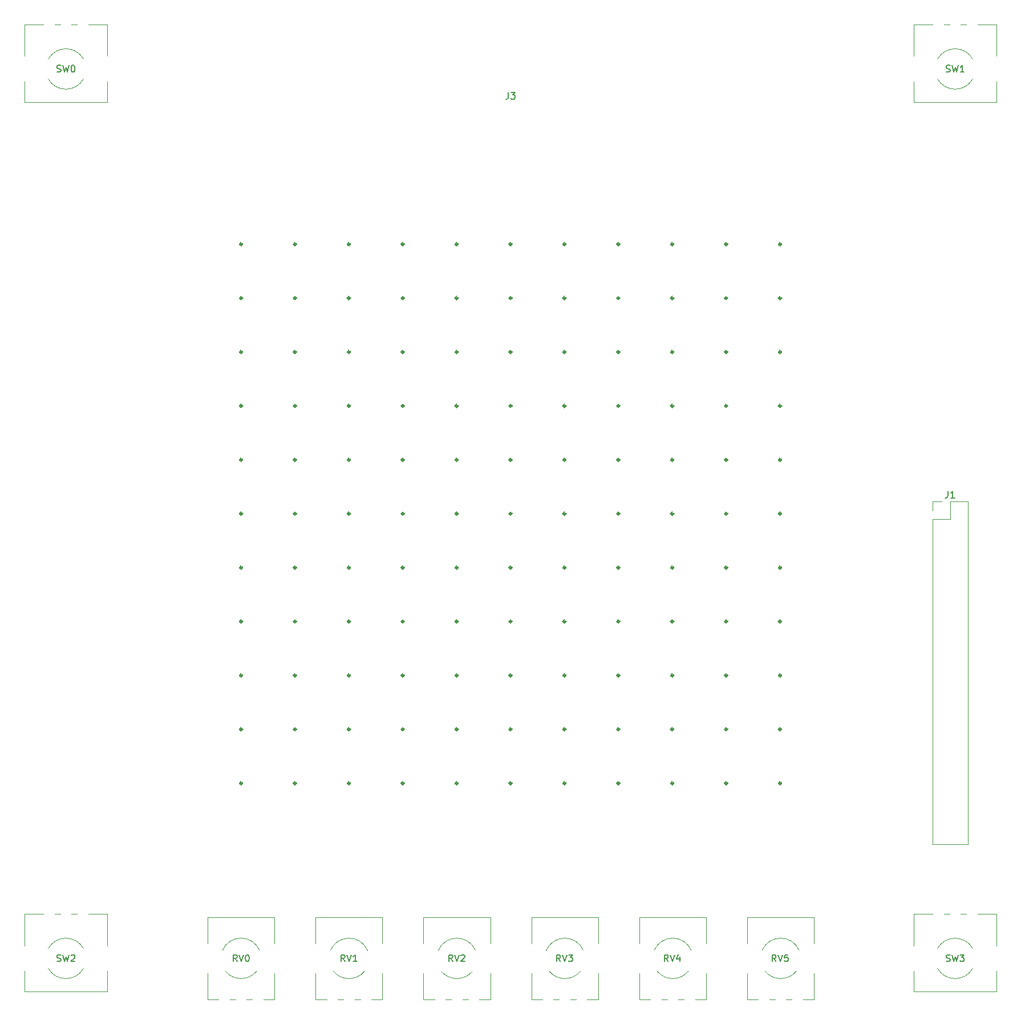
<source format=gto>
G04 #@! TF.FileFunction,Legend,Top*
%FSLAX46Y46*%
G04 Gerber Fmt 4.6, Leading zero omitted, Abs format (unit mm)*
G04 Created by KiCad (PCBNEW 4.0.6) date Tue Nov 28 12:03:41 2017*
%MOMM*%
%LPD*%
G01*
G04 APERTURE LIST*
%ADD10C,0.100000*%
%ADD11C,0.120000*%
%ADD12C,0.350000*%
%ADD13C,0.150000*%
G04 APERTURE END LIST*
D10*
D11*
X156670000Y-106790000D02*
X156670000Y-155110000D01*
X156670000Y-155110000D02*
X161870000Y-155110000D01*
X161870000Y-155110000D02*
X161870000Y-104190000D01*
X161870000Y-104190000D02*
X159270000Y-104190000D01*
X159270000Y-104190000D02*
X159270000Y-106790000D01*
X159270000Y-106790000D02*
X156670000Y-106790000D01*
X156670000Y-105520000D02*
X156670000Y-104190000D01*
X156670000Y-104190000D02*
X158000000Y-104190000D01*
X51237568Y-170828018D02*
G75*
G02X56762000Y-170827000I2762432J-1171982D01*
G01*
X56297753Y-173928295D02*
G75*
G02X51702000Y-173928000I-2297753J1928295D01*
G01*
X49039000Y-178060000D02*
X49039000Y-174194000D01*
X49039000Y-169805000D02*
X49039000Y-165940000D01*
X58960000Y-178060000D02*
X58960000Y-174194000D01*
X58960000Y-169805000D02*
X58960000Y-165940000D01*
X49039000Y-178060000D02*
X50675000Y-178060000D01*
X52325000Y-178060000D02*
X53175000Y-178060000D01*
X54825000Y-178060000D02*
X55675000Y-178060000D01*
X57325000Y-178060000D02*
X58960000Y-178060000D01*
X49039000Y-165940000D02*
X58960000Y-165940000D01*
X67257568Y-170828018D02*
G75*
G02X72782000Y-170827000I2762432J-1171982D01*
G01*
X72317753Y-173928295D02*
G75*
G02X67722000Y-173928000I-2297753J1928295D01*
G01*
X65059000Y-178060000D02*
X65059000Y-174194000D01*
X65059000Y-169805000D02*
X65059000Y-165940000D01*
X74980000Y-178060000D02*
X74980000Y-174194000D01*
X74980000Y-169805000D02*
X74980000Y-165940000D01*
X65059000Y-178060000D02*
X66695000Y-178060000D01*
X68345000Y-178060000D02*
X69195000Y-178060000D01*
X70845000Y-178060000D02*
X71695000Y-178060000D01*
X73345000Y-178060000D02*
X74980000Y-178060000D01*
X65059000Y-165940000D02*
X74980000Y-165940000D01*
X83277568Y-170828018D02*
G75*
G02X88802000Y-170827000I2762432J-1171982D01*
G01*
X88337753Y-173928295D02*
G75*
G02X83742000Y-173928000I-2297753J1928295D01*
G01*
X81079000Y-178060000D02*
X81079000Y-174194000D01*
X81079000Y-169805000D02*
X81079000Y-165940000D01*
X91000000Y-178060000D02*
X91000000Y-174194000D01*
X91000000Y-169805000D02*
X91000000Y-165940000D01*
X81079000Y-178060000D02*
X82715000Y-178060000D01*
X84365000Y-178060000D02*
X85215000Y-178060000D01*
X86865000Y-178060000D02*
X87715000Y-178060000D01*
X89365000Y-178060000D02*
X91000000Y-178060000D01*
X81079000Y-165940000D02*
X91000000Y-165940000D01*
X99297568Y-170828018D02*
G75*
G02X104822000Y-170827000I2762432J-1171982D01*
G01*
X104357753Y-173928295D02*
G75*
G02X99762000Y-173928000I-2297753J1928295D01*
G01*
X97099000Y-178060000D02*
X97099000Y-174194000D01*
X97099000Y-169805000D02*
X97099000Y-165940000D01*
X107020000Y-178060000D02*
X107020000Y-174194000D01*
X107020000Y-169805000D02*
X107020000Y-165940000D01*
X97099000Y-178060000D02*
X98735000Y-178060000D01*
X100385000Y-178060000D02*
X101235000Y-178060000D01*
X102885000Y-178060000D02*
X103735000Y-178060000D01*
X105385000Y-178060000D02*
X107020000Y-178060000D01*
X97099000Y-165940000D02*
X107020000Y-165940000D01*
X115317568Y-170828018D02*
G75*
G02X120842000Y-170827000I2762432J-1171982D01*
G01*
X120377753Y-173928295D02*
G75*
G02X115782000Y-173928000I-2297753J1928295D01*
G01*
X113119000Y-178060000D02*
X113119000Y-174194000D01*
X113119000Y-169805000D02*
X113119000Y-165940000D01*
X123040000Y-178060000D02*
X123040000Y-174194000D01*
X123040000Y-169805000D02*
X123040000Y-165940000D01*
X113119000Y-178060000D02*
X114755000Y-178060000D01*
X116405000Y-178060000D02*
X117255000Y-178060000D01*
X118905000Y-178060000D02*
X119755000Y-178060000D01*
X121405000Y-178060000D02*
X123040000Y-178060000D01*
X113119000Y-165940000D02*
X123040000Y-165940000D01*
X131337568Y-170828018D02*
G75*
G02X136862000Y-170827000I2762432J-1171982D01*
G01*
X136397753Y-173928295D02*
G75*
G02X131802000Y-173928000I-2297753J1928295D01*
G01*
X129139000Y-178060000D02*
X129139000Y-174194000D01*
X129139000Y-169805000D02*
X129139000Y-165940000D01*
X139060000Y-178060000D02*
X139060000Y-174194000D01*
X139060000Y-169805000D02*
X139060000Y-165940000D01*
X129139000Y-178060000D02*
X130775000Y-178060000D01*
X132425000Y-178060000D02*
X133275000Y-178060000D01*
X134925000Y-178060000D02*
X135775000Y-178060000D01*
X137425000Y-178060000D02*
X139060000Y-178060000D01*
X129139000Y-165940000D02*
X139060000Y-165940000D01*
X30624418Y-41454246D02*
G75*
G02X25376000Y-41455000I-2624418J1454246D01*
G01*
X25375900Y-38544376D02*
G75*
G02X30625000Y-38546000I2624100J-1455624D01*
G01*
X34110000Y-33440000D02*
X34110000Y-38098000D01*
X34110000Y-41903000D02*
X34110000Y-44910000D01*
X21890000Y-33440000D02*
X21890000Y-38098000D01*
X21890000Y-41903000D02*
X21890000Y-44910000D01*
X34110000Y-33440000D02*
X31325000Y-33440000D01*
X29675000Y-33440000D02*
X28825000Y-33440000D01*
X27175000Y-33440000D02*
X26325000Y-33440000D01*
X24675000Y-33440000D02*
X21890000Y-33440000D01*
X34110000Y-44910000D02*
X21890000Y-44910000D01*
X162624418Y-41454246D02*
G75*
G02X157376000Y-41455000I-2624418J1454246D01*
G01*
X157375900Y-38544376D02*
G75*
G02X162625000Y-38546000I2624100J-1455624D01*
G01*
X166110000Y-33440000D02*
X166110000Y-38098000D01*
X166110000Y-41903000D02*
X166110000Y-44910000D01*
X153890000Y-33440000D02*
X153890000Y-38098000D01*
X153890000Y-41903000D02*
X153890000Y-44910000D01*
X166110000Y-33440000D02*
X163325000Y-33440000D01*
X161675000Y-33440000D02*
X160825000Y-33440000D01*
X159175000Y-33440000D02*
X158325000Y-33440000D01*
X156675000Y-33440000D02*
X153890000Y-33440000D01*
X166110000Y-44910000D02*
X153890000Y-44910000D01*
X30624418Y-173454246D02*
G75*
G02X25376000Y-173455000I-2624418J1454246D01*
G01*
X25375900Y-170544376D02*
G75*
G02X30625000Y-170546000I2624100J-1455624D01*
G01*
X34110000Y-165440000D02*
X34110000Y-170098000D01*
X34110000Y-173903000D02*
X34110000Y-176910000D01*
X21890000Y-165440000D02*
X21890000Y-170098000D01*
X21890000Y-173903000D02*
X21890000Y-176910000D01*
X34110000Y-165440000D02*
X31325000Y-165440000D01*
X29675000Y-165440000D02*
X28825000Y-165440000D01*
X27175000Y-165440000D02*
X26325000Y-165440000D01*
X24675000Y-165440000D02*
X21890000Y-165440000D01*
X34110000Y-176910000D02*
X21890000Y-176910000D01*
X162624418Y-173454246D02*
G75*
G02X157376000Y-173455000I-2624418J1454246D01*
G01*
X157375900Y-170544376D02*
G75*
G02X162625000Y-170546000I2624100J-1455624D01*
G01*
X166110000Y-165440000D02*
X166110000Y-170098000D01*
X166110000Y-173903000D02*
X166110000Y-176910000D01*
X153890000Y-165440000D02*
X153890000Y-170098000D01*
X153890000Y-173903000D02*
X153890000Y-176910000D01*
X166110000Y-165440000D02*
X163325000Y-165440000D01*
X161675000Y-165440000D02*
X160825000Y-165440000D01*
X159175000Y-165440000D02*
X158325000Y-165440000D01*
X156675000Y-165440000D02*
X153890000Y-165440000D01*
X166110000Y-176910000D02*
X153890000Y-176910000D01*
D12*
X54175000Y-66000000D02*
G75*
G03X54175000Y-66000000I-175000J0D01*
G01*
X54175000Y-146000000D02*
G75*
G03X54175000Y-146000000I-175000J0D01*
G01*
X62175000Y-146000000D02*
G75*
G03X62175000Y-146000000I-175000J0D01*
G01*
X70175000Y-146000000D02*
G75*
G03X70175000Y-146000000I-175000J0D01*
G01*
X78175000Y-146000000D02*
G75*
G03X78175000Y-146000000I-175000J0D01*
G01*
X86175000Y-146000000D02*
G75*
G03X86175000Y-146000000I-175000J0D01*
G01*
X94175000Y-146000000D02*
G75*
G03X94175000Y-146000000I-175000J0D01*
G01*
X102175000Y-146000000D02*
G75*
G03X102175000Y-146000000I-175000J0D01*
G01*
X110175000Y-146000000D02*
G75*
G03X110175000Y-146000000I-175000J0D01*
G01*
X118175000Y-146000000D02*
G75*
G03X118175000Y-146000000I-175000J0D01*
G01*
X126175000Y-146000000D02*
G75*
G03X126175000Y-146000000I-175000J0D01*
G01*
X134175000Y-146000000D02*
G75*
G03X134175000Y-146000000I-175000J0D01*
G01*
X54175000Y-138000000D02*
G75*
G03X54175000Y-138000000I-175000J0D01*
G01*
X62175000Y-138000000D02*
G75*
G03X62175000Y-138000000I-175000J0D01*
G01*
X70175000Y-138000000D02*
G75*
G03X70175000Y-138000000I-175000J0D01*
G01*
X78175000Y-138000000D02*
G75*
G03X78175000Y-138000000I-175000J0D01*
G01*
X86175000Y-138000000D02*
G75*
G03X86175000Y-138000000I-175000J0D01*
G01*
X94175000Y-138000000D02*
G75*
G03X94175000Y-138000000I-175000J0D01*
G01*
X102175000Y-138000000D02*
G75*
G03X102175000Y-138000000I-175000J0D01*
G01*
X110175000Y-138000000D02*
G75*
G03X110175000Y-138000000I-175000J0D01*
G01*
X118175000Y-138000000D02*
G75*
G03X118175000Y-138000000I-175000J0D01*
G01*
X126175000Y-138000000D02*
G75*
G03X126175000Y-138000000I-175000J0D01*
G01*
X134175000Y-138000000D02*
G75*
G03X134175000Y-138000000I-175000J0D01*
G01*
X54175000Y-130000000D02*
G75*
G03X54175000Y-130000000I-175000J0D01*
G01*
X62175000Y-130000000D02*
G75*
G03X62175000Y-130000000I-175000J0D01*
G01*
X70175000Y-130000000D02*
G75*
G03X70175000Y-130000000I-175000J0D01*
G01*
X78175000Y-130000000D02*
G75*
G03X78175000Y-130000000I-175000J0D01*
G01*
X86175000Y-130000000D02*
G75*
G03X86175000Y-130000000I-175000J0D01*
G01*
X94175000Y-130000000D02*
G75*
G03X94175000Y-130000000I-175000J0D01*
G01*
X102175000Y-130000000D02*
G75*
G03X102175000Y-130000000I-175000J0D01*
G01*
X110175000Y-130000000D02*
G75*
G03X110175000Y-130000000I-175000J0D01*
G01*
X118175000Y-130000000D02*
G75*
G03X118175000Y-130000000I-175000J0D01*
G01*
X126175000Y-130000000D02*
G75*
G03X126175000Y-130000000I-175000J0D01*
G01*
X134175000Y-130000000D02*
G75*
G03X134175000Y-130000000I-175000J0D01*
G01*
X54175000Y-122000000D02*
G75*
G03X54175000Y-122000000I-175000J0D01*
G01*
X62175000Y-122000000D02*
G75*
G03X62175000Y-122000000I-175000J0D01*
G01*
X70175000Y-122000000D02*
G75*
G03X70175000Y-122000000I-175000J0D01*
G01*
X78175000Y-122000000D02*
G75*
G03X78175000Y-122000000I-175000J0D01*
G01*
X86175000Y-122000000D02*
G75*
G03X86175000Y-122000000I-175000J0D01*
G01*
X94175000Y-122000000D02*
G75*
G03X94175000Y-122000000I-175000J0D01*
G01*
X102175000Y-122000000D02*
G75*
G03X102175000Y-122000000I-175000J0D01*
G01*
X110175000Y-122000000D02*
G75*
G03X110175000Y-122000000I-175000J0D01*
G01*
X118175000Y-122000000D02*
G75*
G03X118175000Y-122000000I-175000J0D01*
G01*
X126175000Y-122000000D02*
G75*
G03X126175000Y-122000000I-175000J0D01*
G01*
X134175000Y-122000000D02*
G75*
G03X134175000Y-122000000I-175000J0D01*
G01*
X54175000Y-114000000D02*
G75*
G03X54175000Y-114000000I-175000J0D01*
G01*
X62175000Y-114000000D02*
G75*
G03X62175000Y-114000000I-175000J0D01*
G01*
X70175000Y-114000000D02*
G75*
G03X70175000Y-114000000I-175000J0D01*
G01*
X78175000Y-114000000D02*
G75*
G03X78175000Y-114000000I-175000J0D01*
G01*
X86175000Y-114000000D02*
G75*
G03X86175000Y-114000000I-175000J0D01*
G01*
X94175000Y-114000000D02*
G75*
G03X94175000Y-114000000I-175000J0D01*
G01*
X102175000Y-114000000D02*
G75*
G03X102175000Y-114000000I-175000J0D01*
G01*
X110175000Y-114000000D02*
G75*
G03X110175000Y-114000000I-175000J0D01*
G01*
X118175000Y-114000000D02*
G75*
G03X118175000Y-114000000I-175000J0D01*
G01*
X126175000Y-114000000D02*
G75*
G03X126175000Y-114000000I-175000J0D01*
G01*
X134175000Y-114000000D02*
G75*
G03X134175000Y-114000000I-175000J0D01*
G01*
X54175000Y-106000000D02*
G75*
G03X54175000Y-106000000I-175000J0D01*
G01*
X62175000Y-106000000D02*
G75*
G03X62175000Y-106000000I-175000J0D01*
G01*
X70175000Y-106000000D02*
G75*
G03X70175000Y-106000000I-175000J0D01*
G01*
X78175000Y-106000000D02*
G75*
G03X78175000Y-106000000I-175000J0D01*
G01*
X86175000Y-106000000D02*
G75*
G03X86175000Y-106000000I-175000J0D01*
G01*
X94175000Y-106000000D02*
G75*
G03X94175000Y-106000000I-175000J0D01*
G01*
X102175000Y-106000000D02*
G75*
G03X102175000Y-106000000I-175000J0D01*
G01*
X110175000Y-106000000D02*
G75*
G03X110175000Y-106000000I-175000J0D01*
G01*
X118175000Y-106000000D02*
G75*
G03X118175000Y-106000000I-175000J0D01*
G01*
X126175000Y-106000000D02*
G75*
G03X126175000Y-106000000I-175000J0D01*
G01*
X134175000Y-106000000D02*
G75*
G03X134175000Y-106000000I-175000J0D01*
G01*
X54175000Y-98000000D02*
G75*
G03X54175000Y-98000000I-175000J0D01*
G01*
X62175000Y-98000000D02*
G75*
G03X62175000Y-98000000I-175000J0D01*
G01*
X70175000Y-98000000D02*
G75*
G03X70175000Y-98000000I-175000J0D01*
G01*
X78175000Y-98000000D02*
G75*
G03X78175000Y-98000000I-175000J0D01*
G01*
X86175000Y-98000000D02*
G75*
G03X86175000Y-98000000I-175000J0D01*
G01*
X94175000Y-98000000D02*
G75*
G03X94175000Y-98000000I-175000J0D01*
G01*
X102175000Y-98000000D02*
G75*
G03X102175000Y-98000000I-175000J0D01*
G01*
X110175000Y-98000000D02*
G75*
G03X110175000Y-98000000I-175000J0D01*
G01*
X118175000Y-98000000D02*
G75*
G03X118175000Y-98000000I-175000J0D01*
G01*
X126175000Y-98000000D02*
G75*
G03X126175000Y-98000000I-175000J0D01*
G01*
X134175000Y-98000000D02*
G75*
G03X134175000Y-98000000I-175000J0D01*
G01*
X54175000Y-90000000D02*
G75*
G03X54175000Y-90000000I-175000J0D01*
G01*
X62175000Y-90000000D02*
G75*
G03X62175000Y-90000000I-175000J0D01*
G01*
X70175000Y-90000000D02*
G75*
G03X70175000Y-90000000I-175000J0D01*
G01*
X78175000Y-90000000D02*
G75*
G03X78175000Y-90000000I-175000J0D01*
G01*
X86175000Y-90000000D02*
G75*
G03X86175000Y-90000000I-175000J0D01*
G01*
X94175000Y-90000000D02*
G75*
G03X94175000Y-90000000I-175000J0D01*
G01*
X102175000Y-90000000D02*
G75*
G03X102175000Y-90000000I-175000J0D01*
G01*
X110175000Y-90000000D02*
G75*
G03X110175000Y-90000000I-175000J0D01*
G01*
X118175000Y-90000000D02*
G75*
G03X118175000Y-90000000I-175000J0D01*
G01*
X126175000Y-90000000D02*
G75*
G03X126175000Y-90000000I-175000J0D01*
G01*
X134175000Y-90000000D02*
G75*
G03X134175000Y-90000000I-175000J0D01*
G01*
X54175000Y-82000000D02*
G75*
G03X54175000Y-82000000I-175000J0D01*
G01*
X62175000Y-82000000D02*
G75*
G03X62175000Y-82000000I-175000J0D01*
G01*
X70175000Y-82000000D02*
G75*
G03X70175000Y-82000000I-175000J0D01*
G01*
X78175000Y-82000000D02*
G75*
G03X78175000Y-82000000I-175000J0D01*
G01*
X86175000Y-82000000D02*
G75*
G03X86175000Y-82000000I-175000J0D01*
G01*
X94175000Y-82000000D02*
G75*
G03X94175000Y-82000000I-175000J0D01*
G01*
X102175000Y-82000000D02*
G75*
G03X102175000Y-82000000I-175000J0D01*
G01*
X110175000Y-82000000D02*
G75*
G03X110175000Y-82000000I-175000J0D01*
G01*
X118175000Y-82000000D02*
G75*
G03X118175000Y-82000000I-175000J0D01*
G01*
X126175000Y-82000000D02*
G75*
G03X126175000Y-82000000I-175000J0D01*
G01*
X134175000Y-82000000D02*
G75*
G03X134175000Y-82000000I-175000J0D01*
G01*
X54175000Y-74000000D02*
G75*
G03X54175000Y-74000000I-175000J0D01*
G01*
X62175000Y-74000000D02*
G75*
G03X62175000Y-74000000I-175000J0D01*
G01*
X70175000Y-74000000D02*
G75*
G03X70175000Y-74000000I-175000J0D01*
G01*
X78175000Y-74000000D02*
G75*
G03X78175000Y-74000000I-175000J0D01*
G01*
X86175000Y-74000000D02*
G75*
G03X86175000Y-74000000I-175000J0D01*
G01*
X94175000Y-74000000D02*
G75*
G03X94175000Y-74000000I-175000J0D01*
G01*
X102175000Y-74000000D02*
G75*
G03X102175000Y-74000000I-175000J0D01*
G01*
X110175000Y-74000000D02*
G75*
G03X110175000Y-74000000I-175000J0D01*
G01*
X118175000Y-74000000D02*
G75*
G03X118175000Y-74000000I-175000J0D01*
G01*
X126175000Y-74000000D02*
G75*
G03X126175000Y-74000000I-175000J0D01*
G01*
X134175000Y-74000000D02*
G75*
G03X134175000Y-74000000I-175000J0D01*
G01*
X62175000Y-66000000D02*
G75*
G03X62175000Y-66000000I-175000J0D01*
G01*
X70175000Y-66000000D02*
G75*
G03X70175000Y-66000000I-175000J0D01*
G01*
X78175000Y-66000000D02*
G75*
G03X78175000Y-66000000I-175000J0D01*
G01*
X86175000Y-66000000D02*
G75*
G03X86175000Y-66000000I-175000J0D01*
G01*
X94175000Y-66000000D02*
G75*
G03X94175000Y-66000000I-175000J0D01*
G01*
X102175000Y-66000000D02*
G75*
G03X102175000Y-66000000I-175000J0D01*
G01*
X110175000Y-66000000D02*
G75*
G03X110175000Y-66000000I-175000J0D01*
G01*
X118175000Y-66000000D02*
G75*
G03X118175000Y-66000000I-175000J0D01*
G01*
X126175000Y-66000000D02*
G75*
G03X126175000Y-66000000I-175000J0D01*
G01*
X134175000Y-66000000D02*
G75*
G03X134175000Y-66000000I-175000J0D01*
G01*
D13*
X93666667Y-43452381D02*
X93666667Y-44166667D01*
X93619047Y-44309524D01*
X93523809Y-44404762D01*
X93380952Y-44452381D01*
X93285714Y-44452381D01*
X94047619Y-43452381D02*
X94666667Y-43452381D01*
X94333333Y-43833333D01*
X94476191Y-43833333D01*
X94571429Y-43880952D01*
X94619048Y-43928571D01*
X94666667Y-44023810D01*
X94666667Y-44261905D01*
X94619048Y-44357143D01*
X94571429Y-44404762D01*
X94476191Y-44452381D01*
X94190476Y-44452381D01*
X94095238Y-44404762D01*
X94047619Y-44357143D01*
X158936667Y-102642381D02*
X158936667Y-103356667D01*
X158889047Y-103499524D01*
X158793809Y-103594762D01*
X158650952Y-103642381D01*
X158555714Y-103642381D01*
X159936667Y-103642381D02*
X159365238Y-103642381D01*
X159650952Y-103642381D02*
X159650952Y-102642381D01*
X159555714Y-102785238D01*
X159460476Y-102880476D01*
X159365238Y-102928095D01*
X53404762Y-172452381D02*
X53071428Y-171976190D01*
X52833333Y-172452381D02*
X52833333Y-171452381D01*
X53214286Y-171452381D01*
X53309524Y-171500000D01*
X53357143Y-171547619D01*
X53404762Y-171642857D01*
X53404762Y-171785714D01*
X53357143Y-171880952D01*
X53309524Y-171928571D01*
X53214286Y-171976190D01*
X52833333Y-171976190D01*
X53690476Y-171452381D02*
X54023809Y-172452381D01*
X54357143Y-171452381D01*
X54880952Y-171452381D02*
X54976191Y-171452381D01*
X55071429Y-171500000D01*
X55119048Y-171547619D01*
X55166667Y-171642857D01*
X55214286Y-171833333D01*
X55214286Y-172071429D01*
X55166667Y-172261905D01*
X55119048Y-172357143D01*
X55071429Y-172404762D01*
X54976191Y-172452381D01*
X54880952Y-172452381D01*
X54785714Y-172404762D01*
X54738095Y-172357143D01*
X54690476Y-172261905D01*
X54642857Y-172071429D01*
X54642857Y-171833333D01*
X54690476Y-171642857D01*
X54738095Y-171547619D01*
X54785714Y-171500000D01*
X54880952Y-171452381D01*
X69404762Y-172452381D02*
X69071428Y-171976190D01*
X68833333Y-172452381D02*
X68833333Y-171452381D01*
X69214286Y-171452381D01*
X69309524Y-171500000D01*
X69357143Y-171547619D01*
X69404762Y-171642857D01*
X69404762Y-171785714D01*
X69357143Y-171880952D01*
X69309524Y-171928571D01*
X69214286Y-171976190D01*
X68833333Y-171976190D01*
X69690476Y-171452381D02*
X70023809Y-172452381D01*
X70357143Y-171452381D01*
X71214286Y-172452381D02*
X70642857Y-172452381D01*
X70928571Y-172452381D02*
X70928571Y-171452381D01*
X70833333Y-171595238D01*
X70738095Y-171690476D01*
X70642857Y-171738095D01*
X85404762Y-172452381D02*
X85071428Y-171976190D01*
X84833333Y-172452381D02*
X84833333Y-171452381D01*
X85214286Y-171452381D01*
X85309524Y-171500000D01*
X85357143Y-171547619D01*
X85404762Y-171642857D01*
X85404762Y-171785714D01*
X85357143Y-171880952D01*
X85309524Y-171928571D01*
X85214286Y-171976190D01*
X84833333Y-171976190D01*
X85690476Y-171452381D02*
X86023809Y-172452381D01*
X86357143Y-171452381D01*
X86642857Y-171547619D02*
X86690476Y-171500000D01*
X86785714Y-171452381D01*
X87023810Y-171452381D01*
X87119048Y-171500000D01*
X87166667Y-171547619D01*
X87214286Y-171642857D01*
X87214286Y-171738095D01*
X87166667Y-171880952D01*
X86595238Y-172452381D01*
X87214286Y-172452381D01*
X101404762Y-172452381D02*
X101071428Y-171976190D01*
X100833333Y-172452381D02*
X100833333Y-171452381D01*
X101214286Y-171452381D01*
X101309524Y-171500000D01*
X101357143Y-171547619D01*
X101404762Y-171642857D01*
X101404762Y-171785714D01*
X101357143Y-171880952D01*
X101309524Y-171928571D01*
X101214286Y-171976190D01*
X100833333Y-171976190D01*
X101690476Y-171452381D02*
X102023809Y-172452381D01*
X102357143Y-171452381D01*
X102595238Y-171452381D02*
X103214286Y-171452381D01*
X102880952Y-171833333D01*
X103023810Y-171833333D01*
X103119048Y-171880952D01*
X103166667Y-171928571D01*
X103214286Y-172023810D01*
X103214286Y-172261905D01*
X103166667Y-172357143D01*
X103119048Y-172404762D01*
X103023810Y-172452381D01*
X102738095Y-172452381D01*
X102642857Y-172404762D01*
X102595238Y-172357143D01*
X117404762Y-172452381D02*
X117071428Y-171976190D01*
X116833333Y-172452381D02*
X116833333Y-171452381D01*
X117214286Y-171452381D01*
X117309524Y-171500000D01*
X117357143Y-171547619D01*
X117404762Y-171642857D01*
X117404762Y-171785714D01*
X117357143Y-171880952D01*
X117309524Y-171928571D01*
X117214286Y-171976190D01*
X116833333Y-171976190D01*
X117690476Y-171452381D02*
X118023809Y-172452381D01*
X118357143Y-171452381D01*
X119119048Y-171785714D02*
X119119048Y-172452381D01*
X118880952Y-171404762D02*
X118642857Y-172119048D01*
X119261905Y-172119048D01*
X133404762Y-172452381D02*
X133071428Y-171976190D01*
X132833333Y-172452381D02*
X132833333Y-171452381D01*
X133214286Y-171452381D01*
X133309524Y-171500000D01*
X133357143Y-171547619D01*
X133404762Y-171642857D01*
X133404762Y-171785714D01*
X133357143Y-171880952D01*
X133309524Y-171928571D01*
X133214286Y-171976190D01*
X132833333Y-171976190D01*
X133690476Y-171452381D02*
X134023809Y-172452381D01*
X134357143Y-171452381D01*
X135166667Y-171452381D02*
X134690476Y-171452381D01*
X134642857Y-171928571D01*
X134690476Y-171880952D01*
X134785714Y-171833333D01*
X135023810Y-171833333D01*
X135119048Y-171880952D01*
X135166667Y-171928571D01*
X135214286Y-172023810D01*
X135214286Y-172261905D01*
X135166667Y-172357143D01*
X135119048Y-172404762D01*
X135023810Y-172452381D01*
X134785714Y-172452381D01*
X134690476Y-172404762D01*
X134642857Y-172357143D01*
X26666667Y-40404762D02*
X26809524Y-40452381D01*
X27047620Y-40452381D01*
X27142858Y-40404762D01*
X27190477Y-40357143D01*
X27238096Y-40261905D01*
X27238096Y-40166667D01*
X27190477Y-40071429D01*
X27142858Y-40023810D01*
X27047620Y-39976190D01*
X26857143Y-39928571D01*
X26761905Y-39880952D01*
X26714286Y-39833333D01*
X26666667Y-39738095D01*
X26666667Y-39642857D01*
X26714286Y-39547619D01*
X26761905Y-39500000D01*
X26857143Y-39452381D01*
X27095239Y-39452381D01*
X27238096Y-39500000D01*
X27571429Y-39452381D02*
X27809524Y-40452381D01*
X28000001Y-39738095D01*
X28190477Y-40452381D01*
X28428572Y-39452381D01*
X29000000Y-39452381D02*
X29095239Y-39452381D01*
X29190477Y-39500000D01*
X29238096Y-39547619D01*
X29285715Y-39642857D01*
X29333334Y-39833333D01*
X29333334Y-40071429D01*
X29285715Y-40261905D01*
X29238096Y-40357143D01*
X29190477Y-40404762D01*
X29095239Y-40452381D01*
X29000000Y-40452381D01*
X28904762Y-40404762D01*
X28857143Y-40357143D01*
X28809524Y-40261905D01*
X28761905Y-40071429D01*
X28761905Y-39833333D01*
X28809524Y-39642857D01*
X28857143Y-39547619D01*
X28904762Y-39500000D01*
X29000000Y-39452381D01*
X158666667Y-40404762D02*
X158809524Y-40452381D01*
X159047620Y-40452381D01*
X159142858Y-40404762D01*
X159190477Y-40357143D01*
X159238096Y-40261905D01*
X159238096Y-40166667D01*
X159190477Y-40071429D01*
X159142858Y-40023810D01*
X159047620Y-39976190D01*
X158857143Y-39928571D01*
X158761905Y-39880952D01*
X158714286Y-39833333D01*
X158666667Y-39738095D01*
X158666667Y-39642857D01*
X158714286Y-39547619D01*
X158761905Y-39500000D01*
X158857143Y-39452381D01*
X159095239Y-39452381D01*
X159238096Y-39500000D01*
X159571429Y-39452381D02*
X159809524Y-40452381D01*
X160000001Y-39738095D01*
X160190477Y-40452381D01*
X160428572Y-39452381D01*
X161333334Y-40452381D02*
X160761905Y-40452381D01*
X161047619Y-40452381D02*
X161047619Y-39452381D01*
X160952381Y-39595238D01*
X160857143Y-39690476D01*
X160761905Y-39738095D01*
X26666667Y-172404762D02*
X26809524Y-172452381D01*
X27047620Y-172452381D01*
X27142858Y-172404762D01*
X27190477Y-172357143D01*
X27238096Y-172261905D01*
X27238096Y-172166667D01*
X27190477Y-172071429D01*
X27142858Y-172023810D01*
X27047620Y-171976190D01*
X26857143Y-171928571D01*
X26761905Y-171880952D01*
X26714286Y-171833333D01*
X26666667Y-171738095D01*
X26666667Y-171642857D01*
X26714286Y-171547619D01*
X26761905Y-171500000D01*
X26857143Y-171452381D01*
X27095239Y-171452381D01*
X27238096Y-171500000D01*
X27571429Y-171452381D02*
X27809524Y-172452381D01*
X28000001Y-171738095D01*
X28190477Y-172452381D01*
X28428572Y-171452381D01*
X28761905Y-171547619D02*
X28809524Y-171500000D01*
X28904762Y-171452381D01*
X29142858Y-171452381D01*
X29238096Y-171500000D01*
X29285715Y-171547619D01*
X29333334Y-171642857D01*
X29333334Y-171738095D01*
X29285715Y-171880952D01*
X28714286Y-172452381D01*
X29333334Y-172452381D01*
X158666667Y-172404762D02*
X158809524Y-172452381D01*
X159047620Y-172452381D01*
X159142858Y-172404762D01*
X159190477Y-172357143D01*
X159238096Y-172261905D01*
X159238096Y-172166667D01*
X159190477Y-172071429D01*
X159142858Y-172023810D01*
X159047620Y-171976190D01*
X158857143Y-171928571D01*
X158761905Y-171880952D01*
X158714286Y-171833333D01*
X158666667Y-171738095D01*
X158666667Y-171642857D01*
X158714286Y-171547619D01*
X158761905Y-171500000D01*
X158857143Y-171452381D01*
X159095239Y-171452381D01*
X159238096Y-171500000D01*
X159571429Y-171452381D02*
X159809524Y-172452381D01*
X160000001Y-171738095D01*
X160190477Y-172452381D01*
X160428572Y-171452381D01*
X160714286Y-171452381D02*
X161333334Y-171452381D01*
X161000000Y-171833333D01*
X161142858Y-171833333D01*
X161238096Y-171880952D01*
X161285715Y-171928571D01*
X161333334Y-172023810D01*
X161333334Y-172261905D01*
X161285715Y-172357143D01*
X161238096Y-172404762D01*
X161142858Y-172452381D01*
X160857143Y-172452381D01*
X160761905Y-172404762D01*
X160714286Y-172357143D01*
M02*

</source>
